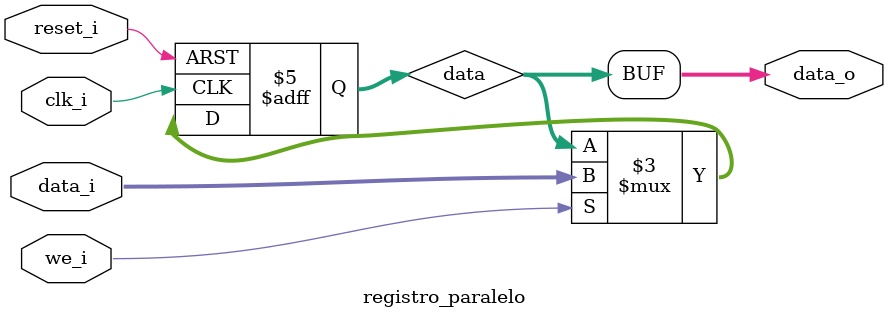
<source format=sv>
`timescale 1ns / 1ps

module registro_paralelo(
    input logic          clk_i,
    input logic          we_i,
    input logic          reset_i,
    input logic  [15:0]  data_i,
    
    output logic [15:0]  data_o
    );
    
    logic [15:0] data = 0;
    
    always_ff @(posedge clk_i or posedge reset_i) begin
        if (reset_i) begin
            data <= 0;
        end
        
        else if (we_i) begin
            data <= data_i;
        end
    end
    
    assign data_o = data;
endmodule //

</source>
